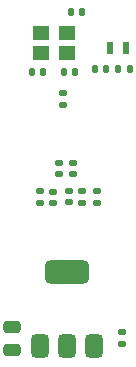
<source format=gbr>
%TF.GenerationSoftware,KiCad,Pcbnew,9.0.0*%
%TF.CreationDate,2025-08-25T15:59:45-02:30*%
%TF.ProjectId,STM32_PCB_Test_Project,53544d33-325f-4504-9342-5f546573745f,rev?*%
%TF.SameCoordinates,Original*%
%TF.FileFunction,Paste,Bot*%
%TF.FilePolarity,Positive*%
%FSLAX46Y46*%
G04 Gerber Fmt 4.6, Leading zero omitted, Abs format (unit mm)*
G04 Created by KiCad (PCBNEW 9.0.0) date 2025-08-25 15:59:45*
%MOMM*%
%LPD*%
G01*
G04 APERTURE LIST*
G04 Aperture macros list*
%AMRoundRect*
0 Rectangle with rounded corners*
0 $1 Rounding radius*
0 $2 $3 $4 $5 $6 $7 $8 $9 X,Y pos of 4 corners*
0 Add a 4 corners polygon primitive as box body*
4,1,4,$2,$3,$4,$5,$6,$7,$8,$9,$2,$3,0*
0 Add four circle primitives for the rounded corners*
1,1,$1+$1,$2,$3*
1,1,$1+$1,$4,$5*
1,1,$1+$1,$6,$7*
1,1,$1+$1,$8,$9*
0 Add four rect primitives between the rounded corners*
20,1,$1+$1,$2,$3,$4,$5,0*
20,1,$1+$1,$4,$5,$6,$7,0*
20,1,$1+$1,$6,$7,$8,$9,0*
20,1,$1+$1,$8,$9,$2,$3,0*%
G04 Aperture macros list end*
%ADD10RoundRect,0.140000X0.140000X0.170000X-0.140000X0.170000X-0.140000X-0.170000X0.140000X-0.170000X0*%
%ADD11RoundRect,0.140000X-0.170000X0.140000X-0.170000X-0.140000X0.170000X-0.140000X0.170000X0.140000X0*%
%ADD12R,1.400000X1.200000*%
%ADD13RoundRect,0.140000X0.170000X-0.140000X0.170000X0.140000X-0.170000X0.140000X-0.170000X-0.140000X0*%
%ADD14RoundRect,0.135000X-0.185000X0.135000X-0.185000X-0.135000X0.185000X-0.135000X0.185000X0.135000X0*%
%ADD15R,0.600000X1.100000*%
%ADD16RoundRect,0.375000X0.375000X-0.625000X0.375000X0.625000X-0.375000X0.625000X-0.375000X-0.625000X0*%
%ADD17RoundRect,0.500000X1.400000X-0.500000X1.400000X0.500000X-1.400000X0.500000X-1.400000X-0.500000X0*%
%ADD18RoundRect,0.250000X-0.475000X0.250000X-0.475000X-0.250000X0.475000X-0.250000X0.475000X0.250000X0*%
%ADD19RoundRect,0.140000X-0.140000X-0.170000X0.140000X-0.170000X0.140000X0.170000X-0.140000X0.170000X0*%
G04 APERTURE END LIST*
D10*
%TO.C,C12*%
X164230000Y-87675000D03*
X163270000Y-87675000D03*
%TD*%
D11*
%TO.C,C6*%
X160200000Y-95595000D03*
X160200000Y-96555000D03*
%TD*%
D12*
%TO.C,Y1*%
X160900000Y-86250000D03*
X158700000Y-86250000D03*
X158700000Y-84550000D03*
X160900000Y-84550000D03*
%TD*%
D13*
%TO.C,C2*%
X161025000Y-98930000D03*
X161025000Y-97970000D03*
%TD*%
D14*
%TO.C,R1*%
X160600000Y-89680000D03*
X160600000Y-90700000D03*
%TD*%
D15*
%TO.C,Y2*%
X164500000Y-85825000D03*
X165900000Y-85825000D03*
%TD*%
D16*
%TO.C,U3*%
X163187500Y-111125000D03*
X160887500Y-111125000D03*
D17*
X160887500Y-104825000D03*
D16*
X158587500Y-111125000D03*
%TD*%
D11*
%TO.C,C7*%
X161400000Y-95595000D03*
X161400000Y-96555000D03*
%TD*%
D13*
%TO.C,C3*%
X162175000Y-98955000D03*
X162175000Y-97995000D03*
%TD*%
%TO.C,C4*%
X159700000Y-98980000D03*
X159700000Y-98020000D03*
%TD*%
D10*
%TO.C,C11*%
X166205000Y-87675000D03*
X165245000Y-87675000D03*
%TD*%
D18*
%TO.C,C13*%
X156225000Y-109500000D03*
X156225000Y-111400000D03*
%TD*%
D11*
%TO.C,C14*%
X165575000Y-109945000D03*
X165575000Y-110905000D03*
%TD*%
D10*
%TO.C,C9*%
X158880000Y-87900000D03*
X157920000Y-87900000D03*
%TD*%
D13*
%TO.C,C5*%
X158575000Y-98955000D03*
X158575000Y-97995000D03*
%TD*%
%TO.C,C1*%
X163450000Y-98955000D03*
X163450000Y-97995000D03*
%TD*%
D10*
%TO.C,C10*%
X161580000Y-87900000D03*
X160620000Y-87900000D03*
%TD*%
D19*
%TO.C,C8*%
X161220000Y-82800000D03*
X162180000Y-82800000D03*
%TD*%
M02*

</source>
